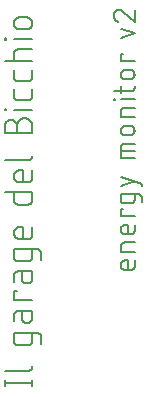
<source format=gbr>
G04 EAGLE Gerber RS-274X export*
G75*
%MOMM*%
%FSLAX34Y34*%
%LPD*%
%INSilkscreen Bottom*%
%IPPOS*%
%AMOC8*
5,1,8,0,0,1.08239X$1,22.5*%
G01*
%ADD10C,0.203200*%
%ADD11C,0.152400*%


D10*
X298196Y51872D02*
X321564Y51872D01*
X321564Y49276D02*
X321564Y54469D01*
X298196Y54469D02*
X298196Y49276D01*
X298196Y62497D02*
X317669Y62497D01*
X317669Y62496D02*
X317791Y62498D01*
X317914Y62504D01*
X318036Y62513D01*
X318157Y62527D01*
X318278Y62544D01*
X318399Y62565D01*
X318519Y62590D01*
X318638Y62618D01*
X318756Y62651D01*
X318873Y62687D01*
X318988Y62726D01*
X319103Y62770D01*
X319216Y62816D01*
X319327Y62867D01*
X319437Y62921D01*
X319545Y62978D01*
X319652Y63038D01*
X319756Y63102D01*
X319858Y63170D01*
X319958Y63240D01*
X320056Y63313D01*
X320152Y63390D01*
X320245Y63469D01*
X320335Y63552D01*
X320423Y63637D01*
X320508Y63725D01*
X320591Y63815D01*
X320670Y63908D01*
X320747Y64004D01*
X320820Y64102D01*
X320890Y64202D01*
X320958Y64304D01*
X321022Y64408D01*
X321082Y64515D01*
X321139Y64623D01*
X321193Y64733D01*
X321244Y64844D01*
X321290Y64957D01*
X321334Y65072D01*
X321373Y65187D01*
X321409Y65304D01*
X321442Y65422D01*
X321470Y65541D01*
X321495Y65661D01*
X321516Y65782D01*
X321533Y65903D01*
X321547Y66024D01*
X321556Y66146D01*
X321562Y66269D01*
X321564Y66391D01*
X321564Y88105D02*
X321564Y94596D01*
X321564Y88105D02*
X321562Y87983D01*
X321556Y87860D01*
X321547Y87738D01*
X321533Y87617D01*
X321516Y87496D01*
X321495Y87375D01*
X321470Y87255D01*
X321442Y87136D01*
X321409Y87018D01*
X321373Y86901D01*
X321334Y86786D01*
X321290Y86671D01*
X321244Y86558D01*
X321193Y86447D01*
X321139Y86337D01*
X321082Y86229D01*
X321022Y86122D01*
X320958Y86018D01*
X320890Y85916D01*
X320820Y85816D01*
X320747Y85718D01*
X320670Y85622D01*
X320591Y85529D01*
X320508Y85439D01*
X320423Y85351D01*
X320335Y85266D01*
X320245Y85183D01*
X320152Y85104D01*
X320056Y85027D01*
X319958Y84954D01*
X319858Y84884D01*
X319756Y84816D01*
X319652Y84752D01*
X319545Y84692D01*
X319437Y84635D01*
X319327Y84581D01*
X319216Y84530D01*
X319103Y84484D01*
X318988Y84440D01*
X318873Y84401D01*
X318756Y84365D01*
X318638Y84332D01*
X318519Y84304D01*
X318399Y84279D01*
X318278Y84258D01*
X318157Y84241D01*
X318036Y84227D01*
X317914Y84218D01*
X317791Y84212D01*
X317669Y84210D01*
X309880Y84210D01*
X309758Y84212D01*
X309635Y84218D01*
X309513Y84227D01*
X309392Y84241D01*
X309271Y84258D01*
X309150Y84279D01*
X309030Y84304D01*
X308911Y84332D01*
X308793Y84365D01*
X308676Y84401D01*
X308561Y84440D01*
X308446Y84484D01*
X308333Y84530D01*
X308222Y84581D01*
X308112Y84635D01*
X308004Y84692D01*
X307897Y84752D01*
X307793Y84816D01*
X307691Y84884D01*
X307591Y84954D01*
X307493Y85027D01*
X307397Y85104D01*
X307304Y85183D01*
X307214Y85266D01*
X307126Y85351D01*
X307041Y85439D01*
X306958Y85529D01*
X306879Y85622D01*
X306802Y85718D01*
X306729Y85816D01*
X306659Y85916D01*
X306591Y86018D01*
X306527Y86122D01*
X306467Y86229D01*
X306410Y86337D01*
X306356Y86447D01*
X306305Y86558D01*
X306259Y86671D01*
X306215Y86786D01*
X306176Y86901D01*
X306140Y87018D01*
X306107Y87136D01*
X306079Y87255D01*
X306054Y87375D01*
X306033Y87496D01*
X306016Y87617D01*
X306002Y87738D01*
X305993Y87860D01*
X305987Y87983D01*
X305985Y88105D01*
X305985Y94596D01*
X325459Y94596D01*
X325581Y94594D01*
X325704Y94588D01*
X325826Y94579D01*
X325947Y94565D01*
X326068Y94548D01*
X326189Y94527D01*
X326309Y94502D01*
X326428Y94474D01*
X326546Y94441D01*
X326663Y94405D01*
X326778Y94366D01*
X326893Y94322D01*
X327006Y94276D01*
X327117Y94225D01*
X327227Y94171D01*
X327335Y94114D01*
X327442Y94054D01*
X327546Y93990D01*
X327648Y93922D01*
X327748Y93852D01*
X327846Y93779D01*
X327942Y93702D01*
X328035Y93623D01*
X328125Y93540D01*
X328213Y93455D01*
X328298Y93367D01*
X328381Y93277D01*
X328460Y93184D01*
X328537Y93088D01*
X328610Y92990D01*
X328680Y92890D01*
X328748Y92788D01*
X328812Y92684D01*
X328872Y92577D01*
X328929Y92469D01*
X328983Y92359D01*
X329034Y92248D01*
X329080Y92135D01*
X329124Y92020D01*
X329163Y91905D01*
X329199Y91788D01*
X329232Y91670D01*
X329260Y91551D01*
X329285Y91431D01*
X329306Y91310D01*
X329323Y91189D01*
X329337Y91068D01*
X329346Y90946D01*
X329352Y90823D01*
X329354Y90701D01*
X329353Y90701D02*
X329353Y85509D01*
X312476Y107545D02*
X312476Y113387D01*
X312476Y107545D02*
X312478Y107412D01*
X312484Y107278D01*
X312494Y107145D01*
X312507Y107013D01*
X312525Y106880D01*
X312546Y106749D01*
X312572Y106618D01*
X312601Y106487D01*
X312634Y106358D01*
X312670Y106230D01*
X312711Y106103D01*
X312755Y105977D01*
X312803Y105852D01*
X312855Y105729D01*
X312910Y105608D01*
X312968Y105488D01*
X313030Y105370D01*
X313096Y105254D01*
X313165Y105140D01*
X313237Y105027D01*
X313313Y104917D01*
X313391Y104810D01*
X313473Y104704D01*
X313558Y104602D01*
X313646Y104501D01*
X313737Y104403D01*
X313831Y104308D01*
X313927Y104216D01*
X314026Y104127D01*
X314128Y104040D01*
X314232Y103957D01*
X314338Y103877D01*
X314447Y103800D01*
X314558Y103726D01*
X314671Y103655D01*
X314787Y103588D01*
X314904Y103524D01*
X315023Y103463D01*
X315143Y103407D01*
X315266Y103353D01*
X315390Y103304D01*
X315515Y103258D01*
X315641Y103215D01*
X315769Y103177D01*
X315898Y103142D01*
X316027Y103111D01*
X316158Y103083D01*
X316289Y103060D01*
X316421Y103041D01*
X316554Y103025D01*
X316687Y103013D01*
X316820Y103005D01*
X316953Y103001D01*
X317087Y103001D01*
X317220Y103005D01*
X317353Y103013D01*
X317486Y103025D01*
X317619Y103041D01*
X317751Y103060D01*
X317882Y103083D01*
X318013Y103111D01*
X318142Y103142D01*
X318271Y103177D01*
X318399Y103215D01*
X318525Y103258D01*
X318650Y103304D01*
X318774Y103353D01*
X318897Y103407D01*
X319017Y103463D01*
X319136Y103524D01*
X319253Y103588D01*
X319369Y103655D01*
X319482Y103726D01*
X319593Y103800D01*
X319702Y103877D01*
X319808Y103957D01*
X319912Y104040D01*
X320014Y104127D01*
X320113Y104216D01*
X320209Y104308D01*
X320303Y104403D01*
X320394Y104501D01*
X320482Y104602D01*
X320567Y104704D01*
X320649Y104810D01*
X320727Y104917D01*
X320803Y105027D01*
X320875Y105140D01*
X320944Y105254D01*
X321010Y105370D01*
X321072Y105488D01*
X321130Y105608D01*
X321185Y105729D01*
X321237Y105852D01*
X321285Y105977D01*
X321329Y106103D01*
X321370Y106230D01*
X321406Y106358D01*
X321439Y106487D01*
X321468Y106618D01*
X321494Y106749D01*
X321515Y106880D01*
X321533Y107013D01*
X321546Y107145D01*
X321556Y107278D01*
X321562Y107412D01*
X321564Y107545D01*
X321564Y113387D01*
X309880Y113387D01*
X309758Y113385D01*
X309635Y113379D01*
X309513Y113370D01*
X309392Y113356D01*
X309271Y113339D01*
X309150Y113318D01*
X309030Y113293D01*
X308911Y113265D01*
X308793Y113232D01*
X308676Y113196D01*
X308561Y113157D01*
X308446Y113113D01*
X308333Y113067D01*
X308222Y113016D01*
X308112Y112962D01*
X308004Y112905D01*
X307897Y112845D01*
X307793Y112781D01*
X307691Y112713D01*
X307591Y112643D01*
X307493Y112570D01*
X307397Y112493D01*
X307304Y112414D01*
X307214Y112331D01*
X307126Y112246D01*
X307041Y112158D01*
X306958Y112068D01*
X306879Y111975D01*
X306802Y111879D01*
X306729Y111781D01*
X306659Y111681D01*
X306591Y111579D01*
X306527Y111475D01*
X306467Y111368D01*
X306410Y111260D01*
X306356Y111150D01*
X306305Y111039D01*
X306259Y110926D01*
X306215Y110811D01*
X306176Y110696D01*
X306140Y110579D01*
X306107Y110461D01*
X306079Y110342D01*
X306054Y110222D01*
X306033Y110101D01*
X306016Y109980D01*
X306002Y109859D01*
X305993Y109737D01*
X305987Y109614D01*
X305985Y109492D01*
X305985Y104299D01*
X305985Y122603D02*
X321564Y122603D01*
X305985Y122603D02*
X305985Y130392D01*
X308582Y130392D01*
X312476Y140951D02*
X312476Y146793D01*
X312476Y140951D02*
X312478Y140818D01*
X312484Y140684D01*
X312494Y140551D01*
X312507Y140419D01*
X312525Y140286D01*
X312546Y140155D01*
X312572Y140024D01*
X312601Y139893D01*
X312634Y139764D01*
X312670Y139636D01*
X312711Y139509D01*
X312755Y139383D01*
X312803Y139258D01*
X312855Y139135D01*
X312910Y139014D01*
X312968Y138894D01*
X313030Y138776D01*
X313096Y138660D01*
X313165Y138546D01*
X313237Y138433D01*
X313313Y138323D01*
X313391Y138216D01*
X313473Y138110D01*
X313558Y138008D01*
X313646Y137907D01*
X313737Y137809D01*
X313831Y137714D01*
X313927Y137622D01*
X314026Y137533D01*
X314128Y137446D01*
X314232Y137363D01*
X314338Y137283D01*
X314447Y137206D01*
X314558Y137132D01*
X314671Y137061D01*
X314787Y136994D01*
X314904Y136930D01*
X315023Y136869D01*
X315143Y136813D01*
X315266Y136759D01*
X315390Y136710D01*
X315515Y136664D01*
X315641Y136621D01*
X315769Y136583D01*
X315898Y136548D01*
X316027Y136517D01*
X316158Y136489D01*
X316289Y136466D01*
X316421Y136447D01*
X316554Y136431D01*
X316687Y136419D01*
X316820Y136411D01*
X316953Y136407D01*
X317087Y136407D01*
X317220Y136411D01*
X317353Y136419D01*
X317486Y136431D01*
X317619Y136447D01*
X317751Y136466D01*
X317882Y136489D01*
X318013Y136517D01*
X318142Y136548D01*
X318271Y136583D01*
X318399Y136621D01*
X318525Y136664D01*
X318650Y136710D01*
X318774Y136759D01*
X318897Y136813D01*
X319017Y136869D01*
X319136Y136930D01*
X319253Y136994D01*
X319369Y137061D01*
X319482Y137132D01*
X319593Y137206D01*
X319702Y137283D01*
X319808Y137363D01*
X319912Y137446D01*
X320014Y137533D01*
X320113Y137622D01*
X320209Y137714D01*
X320303Y137809D01*
X320394Y137907D01*
X320482Y138008D01*
X320567Y138110D01*
X320649Y138216D01*
X320727Y138323D01*
X320803Y138433D01*
X320875Y138546D01*
X320944Y138660D01*
X321010Y138776D01*
X321072Y138894D01*
X321130Y139014D01*
X321185Y139135D01*
X321237Y139258D01*
X321285Y139383D01*
X321329Y139509D01*
X321370Y139636D01*
X321406Y139764D01*
X321439Y139893D01*
X321468Y140024D01*
X321494Y140155D01*
X321515Y140286D01*
X321533Y140419D01*
X321546Y140551D01*
X321556Y140684D01*
X321562Y140818D01*
X321564Y140951D01*
X321564Y146793D01*
X309880Y146793D01*
X309758Y146791D01*
X309635Y146785D01*
X309513Y146776D01*
X309392Y146762D01*
X309271Y146745D01*
X309150Y146724D01*
X309030Y146699D01*
X308911Y146671D01*
X308793Y146638D01*
X308676Y146602D01*
X308561Y146563D01*
X308446Y146519D01*
X308333Y146473D01*
X308222Y146422D01*
X308112Y146368D01*
X308004Y146311D01*
X307897Y146251D01*
X307793Y146187D01*
X307691Y146119D01*
X307591Y146049D01*
X307493Y145976D01*
X307397Y145899D01*
X307304Y145820D01*
X307214Y145737D01*
X307126Y145652D01*
X307041Y145564D01*
X306958Y145474D01*
X306879Y145381D01*
X306802Y145285D01*
X306729Y145187D01*
X306659Y145087D01*
X306591Y144985D01*
X306527Y144881D01*
X306467Y144774D01*
X306410Y144666D01*
X306356Y144556D01*
X306305Y144445D01*
X306259Y144332D01*
X306215Y144217D01*
X306176Y144102D01*
X306140Y143985D01*
X306107Y143867D01*
X306079Y143748D01*
X306054Y143628D01*
X306033Y143507D01*
X306016Y143386D01*
X306002Y143265D01*
X305993Y143143D01*
X305987Y143020D01*
X305985Y142898D01*
X305985Y137705D01*
X321564Y159093D02*
X321564Y165584D01*
X321564Y159093D02*
X321562Y158971D01*
X321556Y158848D01*
X321547Y158726D01*
X321533Y158605D01*
X321516Y158484D01*
X321495Y158363D01*
X321470Y158243D01*
X321442Y158124D01*
X321409Y158006D01*
X321373Y157889D01*
X321334Y157774D01*
X321290Y157659D01*
X321244Y157546D01*
X321193Y157435D01*
X321139Y157325D01*
X321082Y157217D01*
X321022Y157110D01*
X320958Y157006D01*
X320890Y156904D01*
X320820Y156804D01*
X320747Y156706D01*
X320670Y156610D01*
X320591Y156517D01*
X320508Y156427D01*
X320423Y156339D01*
X320335Y156254D01*
X320245Y156171D01*
X320152Y156092D01*
X320056Y156015D01*
X319958Y155942D01*
X319858Y155872D01*
X319756Y155804D01*
X319652Y155740D01*
X319545Y155680D01*
X319437Y155623D01*
X319327Y155569D01*
X319216Y155518D01*
X319103Y155472D01*
X318988Y155428D01*
X318873Y155389D01*
X318756Y155353D01*
X318638Y155320D01*
X318519Y155292D01*
X318399Y155267D01*
X318278Y155246D01*
X318157Y155229D01*
X318036Y155215D01*
X317914Y155206D01*
X317791Y155200D01*
X317669Y155198D01*
X309880Y155198D01*
X309758Y155200D01*
X309635Y155206D01*
X309513Y155215D01*
X309392Y155229D01*
X309271Y155246D01*
X309150Y155267D01*
X309030Y155292D01*
X308911Y155320D01*
X308793Y155353D01*
X308676Y155389D01*
X308561Y155428D01*
X308446Y155472D01*
X308333Y155518D01*
X308222Y155569D01*
X308112Y155623D01*
X308004Y155680D01*
X307897Y155740D01*
X307793Y155804D01*
X307691Y155872D01*
X307591Y155942D01*
X307493Y156015D01*
X307397Y156092D01*
X307304Y156171D01*
X307214Y156254D01*
X307126Y156339D01*
X307041Y156427D01*
X306958Y156517D01*
X306879Y156610D01*
X306802Y156706D01*
X306729Y156804D01*
X306659Y156904D01*
X306591Y157006D01*
X306527Y157110D01*
X306467Y157217D01*
X306410Y157325D01*
X306356Y157435D01*
X306305Y157546D01*
X306259Y157659D01*
X306215Y157774D01*
X306176Y157889D01*
X306140Y158006D01*
X306107Y158124D01*
X306079Y158243D01*
X306054Y158363D01*
X306033Y158484D01*
X306016Y158605D01*
X306002Y158726D01*
X305993Y158848D01*
X305987Y158971D01*
X305985Y159093D01*
X305985Y165584D01*
X325459Y165584D01*
X325581Y165582D01*
X325704Y165576D01*
X325826Y165567D01*
X325947Y165553D01*
X326068Y165536D01*
X326189Y165515D01*
X326309Y165490D01*
X326428Y165462D01*
X326546Y165429D01*
X326663Y165393D01*
X326778Y165354D01*
X326893Y165310D01*
X327006Y165264D01*
X327117Y165213D01*
X327227Y165159D01*
X327335Y165102D01*
X327442Y165042D01*
X327546Y164978D01*
X327648Y164910D01*
X327748Y164840D01*
X327846Y164767D01*
X327942Y164690D01*
X328035Y164611D01*
X328125Y164528D01*
X328213Y164443D01*
X328298Y164355D01*
X328381Y164265D01*
X328460Y164172D01*
X328537Y164076D01*
X328610Y163978D01*
X328680Y163878D01*
X328748Y163776D01*
X328812Y163672D01*
X328872Y163565D01*
X328929Y163457D01*
X328983Y163347D01*
X329034Y163236D01*
X329080Y163123D01*
X329124Y163008D01*
X329163Y162893D01*
X329199Y162776D01*
X329232Y162658D01*
X329260Y162539D01*
X329285Y162419D01*
X329306Y162298D01*
X329323Y162177D01*
X329337Y162056D01*
X329346Y161934D01*
X329352Y161811D01*
X329354Y161689D01*
X329353Y161689D02*
X329353Y156496D01*
X321564Y177935D02*
X321564Y184426D01*
X321564Y177935D02*
X321562Y177813D01*
X321556Y177690D01*
X321547Y177568D01*
X321533Y177447D01*
X321516Y177326D01*
X321495Y177205D01*
X321470Y177085D01*
X321442Y176966D01*
X321409Y176848D01*
X321373Y176731D01*
X321334Y176616D01*
X321290Y176501D01*
X321244Y176388D01*
X321193Y176277D01*
X321139Y176167D01*
X321082Y176059D01*
X321022Y175952D01*
X320958Y175848D01*
X320890Y175746D01*
X320820Y175646D01*
X320747Y175548D01*
X320670Y175452D01*
X320591Y175359D01*
X320508Y175269D01*
X320423Y175181D01*
X320335Y175096D01*
X320245Y175013D01*
X320152Y174934D01*
X320056Y174857D01*
X319958Y174784D01*
X319858Y174714D01*
X319756Y174646D01*
X319652Y174582D01*
X319545Y174522D01*
X319437Y174465D01*
X319327Y174411D01*
X319216Y174360D01*
X319103Y174314D01*
X318988Y174270D01*
X318873Y174231D01*
X318756Y174195D01*
X318638Y174162D01*
X318519Y174134D01*
X318399Y174109D01*
X318278Y174088D01*
X318157Y174071D01*
X318036Y174057D01*
X317914Y174048D01*
X317791Y174042D01*
X317669Y174040D01*
X311178Y174040D01*
X311035Y174042D01*
X310892Y174048D01*
X310749Y174058D01*
X310607Y174072D01*
X310465Y174089D01*
X310323Y174111D01*
X310182Y174136D01*
X310042Y174166D01*
X309903Y174199D01*
X309765Y174236D01*
X309628Y174277D01*
X309492Y174321D01*
X309357Y174370D01*
X309224Y174422D01*
X309092Y174477D01*
X308962Y174537D01*
X308833Y174600D01*
X308706Y174666D01*
X308581Y174736D01*
X308459Y174809D01*
X308338Y174886D01*
X308219Y174966D01*
X308103Y175049D01*
X307988Y175135D01*
X307877Y175224D01*
X307767Y175317D01*
X307661Y175412D01*
X307557Y175511D01*
X307456Y175612D01*
X307357Y175716D01*
X307262Y175822D01*
X307169Y175932D01*
X307080Y176043D01*
X306994Y176158D01*
X306911Y176274D01*
X306831Y176393D01*
X306754Y176514D01*
X306681Y176637D01*
X306611Y176761D01*
X306545Y176888D01*
X306482Y177017D01*
X306422Y177147D01*
X306367Y177279D01*
X306315Y177412D01*
X306266Y177547D01*
X306222Y177683D01*
X306181Y177820D01*
X306144Y177958D01*
X306111Y178097D01*
X306081Y178237D01*
X306056Y178378D01*
X306034Y178520D01*
X306017Y178662D01*
X306003Y178804D01*
X305993Y178947D01*
X305987Y179090D01*
X305985Y179233D01*
X305987Y179376D01*
X305993Y179519D01*
X306003Y179662D01*
X306017Y179804D01*
X306034Y179946D01*
X306056Y180088D01*
X306081Y180229D01*
X306111Y180369D01*
X306144Y180508D01*
X306181Y180646D01*
X306222Y180783D01*
X306266Y180919D01*
X306315Y181054D01*
X306367Y181187D01*
X306422Y181319D01*
X306482Y181449D01*
X306545Y181578D01*
X306611Y181705D01*
X306681Y181830D01*
X306754Y181952D01*
X306831Y182073D01*
X306911Y182192D01*
X306994Y182308D01*
X307080Y182423D01*
X307169Y182534D01*
X307262Y182644D01*
X307357Y182750D01*
X307456Y182854D01*
X307557Y182955D01*
X307661Y183054D01*
X307767Y183149D01*
X307877Y183242D01*
X307988Y183331D01*
X308103Y183417D01*
X308219Y183500D01*
X308338Y183580D01*
X308459Y183657D01*
X308582Y183730D01*
X308706Y183800D01*
X308833Y183866D01*
X308962Y183929D01*
X309092Y183989D01*
X309224Y184044D01*
X309357Y184096D01*
X309492Y184145D01*
X309628Y184189D01*
X309765Y184230D01*
X309903Y184267D01*
X310042Y184300D01*
X310182Y184330D01*
X310323Y184355D01*
X310465Y184377D01*
X310607Y184394D01*
X310749Y184408D01*
X310892Y184418D01*
X311035Y184424D01*
X311178Y184426D01*
X313775Y184426D01*
X313775Y174040D01*
X321564Y213605D02*
X298196Y213605D01*
X321564Y213605D02*
X321564Y207114D01*
X321562Y206992D01*
X321556Y206869D01*
X321547Y206747D01*
X321533Y206626D01*
X321516Y206505D01*
X321495Y206384D01*
X321470Y206264D01*
X321442Y206145D01*
X321409Y206027D01*
X321373Y205910D01*
X321334Y205795D01*
X321290Y205680D01*
X321244Y205567D01*
X321193Y205456D01*
X321139Y205346D01*
X321082Y205238D01*
X321022Y205131D01*
X320958Y205027D01*
X320890Y204925D01*
X320820Y204825D01*
X320747Y204727D01*
X320670Y204631D01*
X320591Y204538D01*
X320508Y204448D01*
X320423Y204360D01*
X320335Y204275D01*
X320245Y204192D01*
X320152Y204113D01*
X320056Y204036D01*
X319958Y203963D01*
X319858Y203893D01*
X319756Y203825D01*
X319652Y203761D01*
X319545Y203701D01*
X319437Y203644D01*
X319327Y203590D01*
X319216Y203539D01*
X319103Y203493D01*
X318988Y203449D01*
X318873Y203410D01*
X318756Y203374D01*
X318638Y203341D01*
X318519Y203313D01*
X318399Y203288D01*
X318278Y203267D01*
X318157Y203250D01*
X318036Y203236D01*
X317914Y203227D01*
X317791Y203221D01*
X317669Y203219D01*
X309880Y203219D01*
X309758Y203221D01*
X309635Y203227D01*
X309513Y203236D01*
X309392Y203250D01*
X309271Y203267D01*
X309150Y203288D01*
X309030Y203313D01*
X308911Y203341D01*
X308793Y203374D01*
X308676Y203410D01*
X308561Y203449D01*
X308446Y203493D01*
X308333Y203539D01*
X308222Y203590D01*
X308112Y203644D01*
X308004Y203701D01*
X307897Y203761D01*
X307793Y203825D01*
X307691Y203893D01*
X307591Y203963D01*
X307493Y204036D01*
X307397Y204113D01*
X307304Y204192D01*
X307214Y204275D01*
X307126Y204360D01*
X307041Y204448D01*
X306958Y204538D01*
X306879Y204631D01*
X306802Y204727D01*
X306729Y204825D01*
X306659Y204925D01*
X306591Y205027D01*
X306527Y205131D01*
X306467Y205238D01*
X306410Y205346D01*
X306356Y205456D01*
X306305Y205567D01*
X306259Y205680D01*
X306215Y205795D01*
X306176Y205910D01*
X306140Y206027D01*
X306107Y206145D01*
X306079Y206264D01*
X306054Y206384D01*
X306033Y206505D01*
X306016Y206626D01*
X306002Y206747D01*
X305993Y206869D01*
X305987Y206992D01*
X305985Y207114D01*
X305985Y213605D01*
X321564Y225956D02*
X321564Y232447D01*
X321564Y225956D02*
X321562Y225834D01*
X321556Y225711D01*
X321547Y225589D01*
X321533Y225468D01*
X321516Y225347D01*
X321495Y225226D01*
X321470Y225106D01*
X321442Y224987D01*
X321409Y224869D01*
X321373Y224752D01*
X321334Y224637D01*
X321290Y224522D01*
X321244Y224409D01*
X321193Y224298D01*
X321139Y224188D01*
X321082Y224080D01*
X321022Y223973D01*
X320958Y223869D01*
X320890Y223767D01*
X320820Y223667D01*
X320747Y223569D01*
X320670Y223473D01*
X320591Y223380D01*
X320508Y223290D01*
X320423Y223202D01*
X320335Y223117D01*
X320245Y223034D01*
X320152Y222955D01*
X320056Y222878D01*
X319958Y222805D01*
X319858Y222735D01*
X319756Y222667D01*
X319652Y222603D01*
X319545Y222543D01*
X319437Y222486D01*
X319327Y222432D01*
X319216Y222381D01*
X319103Y222335D01*
X318988Y222291D01*
X318873Y222252D01*
X318756Y222216D01*
X318638Y222183D01*
X318519Y222155D01*
X318399Y222130D01*
X318278Y222109D01*
X318157Y222092D01*
X318036Y222078D01*
X317914Y222069D01*
X317791Y222063D01*
X317669Y222061D01*
X311178Y222061D01*
X311035Y222063D01*
X310892Y222069D01*
X310749Y222079D01*
X310607Y222093D01*
X310465Y222110D01*
X310323Y222132D01*
X310182Y222157D01*
X310042Y222187D01*
X309903Y222220D01*
X309765Y222257D01*
X309628Y222298D01*
X309492Y222342D01*
X309357Y222391D01*
X309224Y222443D01*
X309092Y222498D01*
X308962Y222558D01*
X308833Y222621D01*
X308706Y222687D01*
X308581Y222757D01*
X308459Y222830D01*
X308338Y222907D01*
X308219Y222987D01*
X308103Y223070D01*
X307988Y223156D01*
X307877Y223245D01*
X307767Y223338D01*
X307661Y223433D01*
X307557Y223532D01*
X307456Y223633D01*
X307357Y223737D01*
X307262Y223843D01*
X307169Y223953D01*
X307080Y224064D01*
X306994Y224179D01*
X306911Y224295D01*
X306831Y224414D01*
X306754Y224535D01*
X306681Y224658D01*
X306611Y224782D01*
X306545Y224909D01*
X306482Y225038D01*
X306422Y225168D01*
X306367Y225300D01*
X306315Y225433D01*
X306266Y225568D01*
X306222Y225704D01*
X306181Y225841D01*
X306144Y225979D01*
X306111Y226118D01*
X306081Y226258D01*
X306056Y226399D01*
X306034Y226541D01*
X306017Y226683D01*
X306003Y226825D01*
X305993Y226968D01*
X305987Y227111D01*
X305985Y227254D01*
X305987Y227397D01*
X305993Y227540D01*
X306003Y227683D01*
X306017Y227825D01*
X306034Y227967D01*
X306056Y228109D01*
X306081Y228250D01*
X306111Y228390D01*
X306144Y228529D01*
X306181Y228667D01*
X306222Y228804D01*
X306266Y228940D01*
X306315Y229075D01*
X306367Y229208D01*
X306422Y229340D01*
X306482Y229470D01*
X306545Y229599D01*
X306611Y229726D01*
X306681Y229851D01*
X306754Y229973D01*
X306831Y230094D01*
X306911Y230213D01*
X306994Y230329D01*
X307080Y230444D01*
X307169Y230555D01*
X307262Y230665D01*
X307357Y230771D01*
X307456Y230875D01*
X307557Y230976D01*
X307661Y231075D01*
X307767Y231170D01*
X307877Y231263D01*
X307988Y231352D01*
X308103Y231438D01*
X308219Y231521D01*
X308338Y231601D01*
X308459Y231678D01*
X308582Y231751D01*
X308706Y231821D01*
X308833Y231887D01*
X308962Y231950D01*
X309092Y232010D01*
X309224Y232065D01*
X309357Y232117D01*
X309492Y232166D01*
X309628Y232210D01*
X309765Y232251D01*
X309903Y232288D01*
X310042Y232321D01*
X310182Y232351D01*
X310323Y232376D01*
X310465Y232398D01*
X310607Y232415D01*
X310749Y232429D01*
X310892Y232439D01*
X311035Y232445D01*
X311178Y232447D01*
X313775Y232447D01*
X313775Y222061D01*
X317669Y240662D02*
X298196Y240662D01*
X317669Y240662D02*
X317791Y240664D01*
X317914Y240670D01*
X318036Y240679D01*
X318157Y240693D01*
X318278Y240710D01*
X318399Y240731D01*
X318519Y240756D01*
X318638Y240784D01*
X318756Y240817D01*
X318873Y240853D01*
X318988Y240892D01*
X319103Y240936D01*
X319216Y240982D01*
X319327Y241033D01*
X319437Y241087D01*
X319545Y241144D01*
X319652Y241204D01*
X319756Y241268D01*
X319858Y241336D01*
X319958Y241406D01*
X320056Y241479D01*
X320152Y241556D01*
X320245Y241635D01*
X320335Y241718D01*
X320423Y241803D01*
X320508Y241891D01*
X320591Y241981D01*
X320670Y242074D01*
X320747Y242170D01*
X320820Y242268D01*
X320890Y242368D01*
X320958Y242470D01*
X321022Y242574D01*
X321082Y242681D01*
X321139Y242789D01*
X321193Y242899D01*
X321244Y243010D01*
X321290Y243123D01*
X321334Y243238D01*
X321373Y243353D01*
X321409Y243470D01*
X321442Y243588D01*
X321470Y243707D01*
X321495Y243827D01*
X321516Y243948D01*
X321533Y244069D01*
X321547Y244190D01*
X321556Y244312D01*
X321562Y244435D01*
X321564Y244557D01*
X308582Y263364D02*
X308582Y269855D01*
X308584Y270014D01*
X308590Y270173D01*
X308600Y270333D01*
X308613Y270491D01*
X308631Y270650D01*
X308652Y270807D01*
X308678Y270965D01*
X308707Y271121D01*
X308740Y271277D01*
X308777Y271432D01*
X308817Y271586D01*
X308862Y271739D01*
X308910Y271891D01*
X308961Y272042D01*
X309017Y272191D01*
X309076Y272339D01*
X309139Y272485D01*
X309205Y272630D01*
X309275Y272773D01*
X309348Y272915D01*
X309425Y273054D01*
X309505Y273192D01*
X309589Y273328D01*
X309676Y273461D01*
X309766Y273593D01*
X309859Y273722D01*
X309956Y273848D01*
X310055Y273973D01*
X310158Y274095D01*
X310263Y274214D01*
X310372Y274331D01*
X310483Y274445D01*
X310597Y274556D01*
X310714Y274665D01*
X310833Y274770D01*
X310955Y274873D01*
X311080Y274972D01*
X311206Y275069D01*
X311335Y275162D01*
X311467Y275252D01*
X311600Y275339D01*
X311736Y275423D01*
X311874Y275503D01*
X312013Y275580D01*
X312155Y275653D01*
X312298Y275723D01*
X312443Y275789D01*
X312589Y275852D01*
X312737Y275911D01*
X312886Y275967D01*
X313037Y276018D01*
X313189Y276066D01*
X313342Y276111D01*
X313496Y276151D01*
X313651Y276188D01*
X313807Y276221D01*
X313963Y276250D01*
X314121Y276276D01*
X314278Y276297D01*
X314437Y276315D01*
X314595Y276328D01*
X314755Y276338D01*
X314914Y276344D01*
X315073Y276346D01*
X315232Y276344D01*
X315391Y276338D01*
X315551Y276328D01*
X315709Y276315D01*
X315868Y276297D01*
X316025Y276276D01*
X316183Y276250D01*
X316339Y276221D01*
X316495Y276188D01*
X316650Y276151D01*
X316804Y276111D01*
X316957Y276066D01*
X317109Y276018D01*
X317260Y275967D01*
X317409Y275911D01*
X317557Y275852D01*
X317703Y275789D01*
X317848Y275723D01*
X317991Y275653D01*
X318133Y275580D01*
X318272Y275503D01*
X318410Y275423D01*
X318546Y275339D01*
X318679Y275252D01*
X318811Y275162D01*
X318940Y275069D01*
X319066Y274972D01*
X319191Y274873D01*
X319313Y274770D01*
X319432Y274665D01*
X319549Y274556D01*
X319663Y274445D01*
X319774Y274331D01*
X319883Y274214D01*
X319988Y274095D01*
X320091Y273973D01*
X320190Y273848D01*
X320287Y273722D01*
X320380Y273593D01*
X320470Y273461D01*
X320557Y273328D01*
X320641Y273192D01*
X320721Y273054D01*
X320798Y272915D01*
X320871Y272773D01*
X320941Y272630D01*
X321007Y272485D01*
X321070Y272339D01*
X321129Y272191D01*
X321185Y272042D01*
X321236Y271891D01*
X321284Y271739D01*
X321329Y271586D01*
X321369Y271432D01*
X321406Y271277D01*
X321439Y271121D01*
X321468Y270965D01*
X321494Y270807D01*
X321515Y270650D01*
X321533Y270491D01*
X321546Y270333D01*
X321556Y270173D01*
X321562Y270014D01*
X321564Y269855D01*
X321564Y263364D01*
X298196Y263364D01*
X298196Y269855D01*
X298198Y269998D01*
X298204Y270141D01*
X298214Y270284D01*
X298228Y270426D01*
X298245Y270568D01*
X298267Y270710D01*
X298292Y270851D01*
X298322Y270991D01*
X298355Y271130D01*
X298392Y271268D01*
X298433Y271405D01*
X298477Y271541D01*
X298526Y271676D01*
X298578Y271809D01*
X298633Y271941D01*
X298693Y272071D01*
X298756Y272200D01*
X298822Y272327D01*
X298892Y272452D01*
X298965Y272574D01*
X299042Y272695D01*
X299122Y272814D01*
X299205Y272930D01*
X299291Y273045D01*
X299380Y273156D01*
X299473Y273266D01*
X299568Y273372D01*
X299667Y273476D01*
X299768Y273577D01*
X299872Y273676D01*
X299978Y273771D01*
X300088Y273864D01*
X300199Y273953D01*
X300314Y274039D01*
X300430Y274122D01*
X300549Y274202D01*
X300670Y274279D01*
X300793Y274352D01*
X300917Y274422D01*
X301044Y274488D01*
X301173Y274551D01*
X301303Y274611D01*
X301435Y274666D01*
X301568Y274718D01*
X301703Y274767D01*
X301839Y274811D01*
X301976Y274852D01*
X302114Y274889D01*
X302253Y274922D01*
X302393Y274952D01*
X302534Y274977D01*
X302676Y274999D01*
X302818Y275016D01*
X302960Y275030D01*
X303103Y275040D01*
X303246Y275046D01*
X303389Y275048D01*
X303532Y275046D01*
X303675Y275040D01*
X303818Y275030D01*
X303960Y275016D01*
X304102Y274999D01*
X304244Y274977D01*
X304385Y274952D01*
X304525Y274922D01*
X304664Y274889D01*
X304802Y274852D01*
X304939Y274811D01*
X305075Y274767D01*
X305210Y274718D01*
X305343Y274666D01*
X305475Y274611D01*
X305605Y274551D01*
X305734Y274488D01*
X305861Y274422D01*
X305986Y274352D01*
X306108Y274279D01*
X306229Y274202D01*
X306348Y274122D01*
X306464Y274039D01*
X306579Y273953D01*
X306690Y273864D01*
X306800Y273771D01*
X306906Y273676D01*
X307010Y273577D01*
X307111Y273476D01*
X307210Y273372D01*
X307305Y273266D01*
X307398Y273156D01*
X307487Y273045D01*
X307573Y272930D01*
X307656Y272814D01*
X307736Y272695D01*
X307813Y272574D01*
X307886Y272452D01*
X307956Y272327D01*
X308022Y272200D01*
X308085Y272071D01*
X308145Y271941D01*
X308200Y271809D01*
X308252Y271676D01*
X308301Y271541D01*
X308345Y271405D01*
X308386Y271268D01*
X308423Y271130D01*
X308456Y270991D01*
X308486Y270851D01*
X308511Y270710D01*
X308533Y270568D01*
X308550Y270426D01*
X308564Y270284D01*
X308574Y270141D01*
X308580Y269998D01*
X308582Y269855D01*
X305985Y283626D02*
X321564Y283626D01*
X299494Y282977D02*
X298196Y282977D01*
X298196Y284276D01*
X299494Y284276D01*
X299494Y282977D01*
X321564Y295566D02*
X321564Y300759D01*
X321564Y295566D02*
X321562Y295444D01*
X321556Y295321D01*
X321547Y295199D01*
X321533Y295078D01*
X321516Y294957D01*
X321495Y294836D01*
X321470Y294716D01*
X321442Y294597D01*
X321409Y294479D01*
X321373Y294362D01*
X321334Y294247D01*
X321290Y294132D01*
X321244Y294019D01*
X321193Y293908D01*
X321139Y293798D01*
X321082Y293690D01*
X321022Y293583D01*
X320958Y293479D01*
X320890Y293377D01*
X320820Y293277D01*
X320747Y293179D01*
X320670Y293083D01*
X320591Y292990D01*
X320508Y292900D01*
X320423Y292812D01*
X320335Y292727D01*
X320245Y292644D01*
X320152Y292565D01*
X320056Y292488D01*
X319958Y292415D01*
X319858Y292345D01*
X319756Y292277D01*
X319652Y292213D01*
X319545Y292153D01*
X319437Y292096D01*
X319327Y292042D01*
X319216Y291991D01*
X319103Y291945D01*
X318988Y291901D01*
X318873Y291862D01*
X318756Y291826D01*
X318638Y291793D01*
X318519Y291765D01*
X318399Y291740D01*
X318278Y291719D01*
X318157Y291702D01*
X318036Y291688D01*
X317914Y291679D01*
X317791Y291673D01*
X317669Y291671D01*
X309880Y291671D01*
X309758Y291673D01*
X309635Y291679D01*
X309513Y291688D01*
X309392Y291702D01*
X309271Y291719D01*
X309150Y291740D01*
X309030Y291765D01*
X308911Y291793D01*
X308793Y291826D01*
X308676Y291862D01*
X308561Y291901D01*
X308446Y291945D01*
X308333Y291991D01*
X308222Y292042D01*
X308112Y292096D01*
X308004Y292153D01*
X307897Y292213D01*
X307793Y292277D01*
X307691Y292345D01*
X307591Y292415D01*
X307493Y292488D01*
X307397Y292565D01*
X307304Y292644D01*
X307214Y292727D01*
X307126Y292812D01*
X307041Y292900D01*
X306958Y292990D01*
X306879Y293083D01*
X306802Y293179D01*
X306729Y293277D01*
X306659Y293377D01*
X306591Y293479D01*
X306527Y293583D01*
X306467Y293690D01*
X306410Y293798D01*
X306356Y293908D01*
X306305Y294019D01*
X306259Y294132D01*
X306215Y294247D01*
X306176Y294362D01*
X306140Y294479D01*
X306107Y294597D01*
X306079Y294716D01*
X306054Y294836D01*
X306033Y294957D01*
X306016Y295078D01*
X306002Y295199D01*
X305993Y295321D01*
X305987Y295444D01*
X305985Y295566D01*
X305985Y300759D01*
X321564Y311573D02*
X321564Y316766D01*
X321564Y311573D02*
X321562Y311451D01*
X321556Y311328D01*
X321547Y311206D01*
X321533Y311085D01*
X321516Y310964D01*
X321495Y310843D01*
X321470Y310723D01*
X321442Y310604D01*
X321409Y310486D01*
X321373Y310369D01*
X321334Y310254D01*
X321290Y310139D01*
X321244Y310026D01*
X321193Y309915D01*
X321139Y309805D01*
X321082Y309697D01*
X321022Y309590D01*
X320958Y309486D01*
X320890Y309384D01*
X320820Y309284D01*
X320747Y309186D01*
X320670Y309090D01*
X320591Y308997D01*
X320508Y308907D01*
X320423Y308819D01*
X320335Y308734D01*
X320245Y308651D01*
X320152Y308572D01*
X320056Y308495D01*
X319958Y308422D01*
X319858Y308352D01*
X319756Y308284D01*
X319652Y308220D01*
X319545Y308160D01*
X319437Y308103D01*
X319327Y308049D01*
X319216Y307998D01*
X319103Y307952D01*
X318988Y307908D01*
X318873Y307869D01*
X318756Y307833D01*
X318638Y307800D01*
X318519Y307772D01*
X318399Y307747D01*
X318278Y307726D01*
X318157Y307709D01*
X318036Y307695D01*
X317914Y307686D01*
X317791Y307680D01*
X317669Y307678D01*
X309880Y307678D01*
X309758Y307680D01*
X309635Y307686D01*
X309513Y307695D01*
X309392Y307709D01*
X309271Y307726D01*
X309150Y307747D01*
X309030Y307772D01*
X308911Y307800D01*
X308793Y307833D01*
X308676Y307869D01*
X308561Y307908D01*
X308446Y307952D01*
X308333Y307998D01*
X308222Y308049D01*
X308112Y308103D01*
X308004Y308160D01*
X307897Y308220D01*
X307793Y308284D01*
X307691Y308352D01*
X307591Y308422D01*
X307493Y308495D01*
X307397Y308572D01*
X307304Y308651D01*
X307214Y308734D01*
X307126Y308819D01*
X307041Y308907D01*
X306958Y308997D01*
X306879Y309090D01*
X306802Y309186D01*
X306729Y309284D01*
X306659Y309384D01*
X306591Y309486D01*
X306527Y309590D01*
X306467Y309697D01*
X306410Y309805D01*
X306356Y309915D01*
X306305Y310026D01*
X306259Y310139D01*
X306215Y310254D01*
X306176Y310369D01*
X306140Y310486D01*
X306107Y310604D01*
X306079Y310723D01*
X306054Y310843D01*
X306033Y310964D01*
X306016Y311085D01*
X306002Y311206D01*
X305993Y311328D01*
X305987Y311451D01*
X305985Y311573D01*
X305985Y316766D01*
X298196Y324367D02*
X321564Y324367D01*
X305985Y324367D02*
X305985Y330858D01*
X305987Y330980D01*
X305993Y331103D01*
X306002Y331225D01*
X306016Y331346D01*
X306033Y331467D01*
X306054Y331588D01*
X306079Y331708D01*
X306107Y331827D01*
X306140Y331945D01*
X306176Y332062D01*
X306215Y332177D01*
X306259Y332292D01*
X306305Y332405D01*
X306356Y332516D01*
X306410Y332626D01*
X306467Y332734D01*
X306527Y332841D01*
X306591Y332945D01*
X306659Y333047D01*
X306729Y333147D01*
X306802Y333245D01*
X306879Y333341D01*
X306958Y333434D01*
X307041Y333524D01*
X307126Y333612D01*
X307214Y333697D01*
X307304Y333780D01*
X307397Y333859D01*
X307493Y333936D01*
X307591Y334009D01*
X307691Y334079D01*
X307793Y334147D01*
X307897Y334211D01*
X308004Y334271D01*
X308112Y334328D01*
X308222Y334382D01*
X308333Y334433D01*
X308446Y334479D01*
X308561Y334523D01*
X308676Y334562D01*
X308793Y334598D01*
X308911Y334631D01*
X309030Y334659D01*
X309150Y334684D01*
X309271Y334705D01*
X309392Y334722D01*
X309513Y334736D01*
X309635Y334745D01*
X309758Y334751D01*
X309880Y334753D01*
X321564Y334753D01*
X321564Y343479D02*
X305985Y343479D01*
X299494Y342830D02*
X298196Y342830D01*
X298196Y344128D01*
X299494Y344128D01*
X299494Y342830D01*
X311178Y351509D02*
X316371Y351509D01*
X311178Y351509D02*
X311035Y351511D01*
X310892Y351517D01*
X310749Y351527D01*
X310607Y351541D01*
X310465Y351558D01*
X310323Y351580D01*
X310182Y351605D01*
X310042Y351635D01*
X309903Y351668D01*
X309765Y351705D01*
X309628Y351746D01*
X309492Y351790D01*
X309357Y351839D01*
X309224Y351891D01*
X309092Y351946D01*
X308962Y352006D01*
X308833Y352069D01*
X308706Y352135D01*
X308581Y352205D01*
X308459Y352278D01*
X308338Y352355D01*
X308219Y352435D01*
X308103Y352518D01*
X307988Y352604D01*
X307877Y352693D01*
X307767Y352786D01*
X307661Y352881D01*
X307557Y352980D01*
X307456Y353081D01*
X307357Y353185D01*
X307262Y353291D01*
X307169Y353401D01*
X307080Y353512D01*
X306994Y353627D01*
X306911Y353743D01*
X306831Y353862D01*
X306754Y353983D01*
X306681Y354106D01*
X306611Y354230D01*
X306545Y354357D01*
X306482Y354486D01*
X306422Y354616D01*
X306367Y354748D01*
X306315Y354881D01*
X306266Y355016D01*
X306222Y355152D01*
X306181Y355289D01*
X306144Y355427D01*
X306111Y355566D01*
X306081Y355706D01*
X306056Y355847D01*
X306034Y355989D01*
X306017Y356131D01*
X306003Y356273D01*
X305993Y356416D01*
X305987Y356559D01*
X305985Y356702D01*
X305987Y356845D01*
X305993Y356988D01*
X306003Y357131D01*
X306017Y357273D01*
X306034Y357415D01*
X306056Y357557D01*
X306081Y357698D01*
X306111Y357838D01*
X306144Y357977D01*
X306181Y358115D01*
X306222Y358252D01*
X306266Y358388D01*
X306315Y358523D01*
X306367Y358656D01*
X306422Y358788D01*
X306482Y358918D01*
X306545Y359047D01*
X306611Y359174D01*
X306681Y359299D01*
X306754Y359421D01*
X306831Y359542D01*
X306911Y359661D01*
X306994Y359777D01*
X307080Y359892D01*
X307169Y360003D01*
X307262Y360113D01*
X307357Y360219D01*
X307456Y360323D01*
X307557Y360424D01*
X307661Y360523D01*
X307767Y360618D01*
X307877Y360711D01*
X307988Y360800D01*
X308103Y360886D01*
X308219Y360969D01*
X308338Y361049D01*
X308459Y361126D01*
X308582Y361199D01*
X308706Y361269D01*
X308833Y361335D01*
X308962Y361398D01*
X309092Y361458D01*
X309224Y361513D01*
X309357Y361565D01*
X309492Y361614D01*
X309628Y361658D01*
X309765Y361699D01*
X309903Y361736D01*
X310042Y361769D01*
X310182Y361799D01*
X310323Y361824D01*
X310465Y361846D01*
X310607Y361863D01*
X310749Y361877D01*
X310892Y361887D01*
X311035Y361893D01*
X311178Y361895D01*
X316371Y361895D01*
X316514Y361893D01*
X316657Y361887D01*
X316800Y361877D01*
X316942Y361863D01*
X317084Y361846D01*
X317226Y361824D01*
X317367Y361799D01*
X317507Y361769D01*
X317646Y361736D01*
X317784Y361699D01*
X317921Y361658D01*
X318057Y361614D01*
X318192Y361565D01*
X318325Y361513D01*
X318457Y361458D01*
X318587Y361398D01*
X318716Y361335D01*
X318843Y361269D01*
X318968Y361199D01*
X319090Y361126D01*
X319211Y361049D01*
X319330Y360969D01*
X319446Y360886D01*
X319561Y360800D01*
X319672Y360711D01*
X319782Y360618D01*
X319888Y360523D01*
X319992Y360424D01*
X320093Y360323D01*
X320192Y360219D01*
X320287Y360113D01*
X320380Y360003D01*
X320469Y359892D01*
X320555Y359777D01*
X320638Y359661D01*
X320718Y359542D01*
X320795Y359421D01*
X320868Y359298D01*
X320938Y359174D01*
X321004Y359047D01*
X321067Y358918D01*
X321127Y358788D01*
X321182Y358656D01*
X321234Y358523D01*
X321283Y358388D01*
X321327Y358252D01*
X321368Y358115D01*
X321405Y357977D01*
X321438Y357838D01*
X321468Y357698D01*
X321493Y357557D01*
X321515Y357415D01*
X321532Y357273D01*
X321546Y357131D01*
X321556Y356988D01*
X321562Y356845D01*
X321564Y356702D01*
X321562Y356559D01*
X321556Y356416D01*
X321546Y356273D01*
X321532Y356131D01*
X321515Y355989D01*
X321493Y355847D01*
X321468Y355706D01*
X321438Y355566D01*
X321405Y355427D01*
X321368Y355289D01*
X321327Y355152D01*
X321283Y355016D01*
X321234Y354881D01*
X321182Y354748D01*
X321127Y354616D01*
X321067Y354486D01*
X321004Y354357D01*
X320938Y354230D01*
X320868Y354105D01*
X320795Y353983D01*
X320718Y353862D01*
X320638Y353743D01*
X320555Y353627D01*
X320469Y353512D01*
X320380Y353401D01*
X320287Y353291D01*
X320192Y353185D01*
X320093Y353081D01*
X319992Y352980D01*
X319888Y352881D01*
X319782Y352786D01*
X319672Y352693D01*
X319561Y352604D01*
X319446Y352518D01*
X319330Y352435D01*
X319211Y352355D01*
X319090Y352278D01*
X318968Y352205D01*
X318843Y352135D01*
X318716Y352069D01*
X318587Y352006D01*
X318457Y351946D01*
X318325Y351891D01*
X318192Y351839D01*
X318057Y351790D01*
X317921Y351746D01*
X317784Y351705D01*
X317646Y351668D01*
X317507Y351635D01*
X317367Y351605D01*
X317226Y351580D01*
X317084Y351558D01*
X316942Y351541D01*
X316800Y351527D01*
X316657Y351517D01*
X316514Y351511D01*
X316371Y351509D01*
D11*
X408178Y155984D02*
X408178Y151045D01*
X408176Y150939D01*
X408170Y150834D01*
X408161Y150728D01*
X408148Y150623D01*
X408131Y150519D01*
X408110Y150415D01*
X408086Y150312D01*
X408058Y150210D01*
X408026Y150109D01*
X407991Y150010D01*
X407952Y149911D01*
X407910Y149814D01*
X407865Y149719D01*
X407816Y149625D01*
X407763Y149533D01*
X407708Y149443D01*
X407649Y149355D01*
X407587Y149269D01*
X407522Y149186D01*
X407454Y149105D01*
X407384Y149026D01*
X407310Y148950D01*
X407234Y148876D01*
X407155Y148806D01*
X407074Y148738D01*
X406991Y148673D01*
X406905Y148611D01*
X406817Y148552D01*
X406727Y148497D01*
X406635Y148444D01*
X406541Y148395D01*
X406446Y148350D01*
X406349Y148308D01*
X406250Y148269D01*
X406151Y148234D01*
X406050Y148202D01*
X405948Y148174D01*
X405845Y148150D01*
X405741Y148129D01*
X405637Y148112D01*
X405532Y148099D01*
X405426Y148090D01*
X405321Y148084D01*
X405215Y148082D01*
X400276Y148082D01*
X400152Y148084D01*
X400028Y148090D01*
X399904Y148100D01*
X399781Y148113D01*
X399658Y148131D01*
X399536Y148152D01*
X399414Y148177D01*
X399293Y148206D01*
X399174Y148239D01*
X399055Y148275D01*
X398938Y148316D01*
X398822Y148359D01*
X398707Y148407D01*
X398594Y148458D01*
X398482Y148513D01*
X398373Y148571D01*
X398265Y148632D01*
X398159Y148697D01*
X398055Y148765D01*
X397954Y148837D01*
X397854Y148911D01*
X397758Y148989D01*
X397663Y149069D01*
X397571Y149153D01*
X397482Y149239D01*
X397396Y149328D01*
X397312Y149420D01*
X397232Y149515D01*
X397154Y149611D01*
X397080Y149711D01*
X397008Y149812D01*
X396940Y149916D01*
X396875Y150022D01*
X396814Y150130D01*
X396756Y150239D01*
X396701Y150351D01*
X396650Y150464D01*
X396602Y150579D01*
X396559Y150695D01*
X396518Y150812D01*
X396482Y150931D01*
X396449Y151050D01*
X396420Y151171D01*
X396395Y151293D01*
X396374Y151415D01*
X396356Y151538D01*
X396343Y151661D01*
X396333Y151785D01*
X396327Y151909D01*
X396325Y152033D01*
X396327Y152157D01*
X396333Y152281D01*
X396343Y152405D01*
X396356Y152528D01*
X396374Y152651D01*
X396395Y152773D01*
X396420Y152895D01*
X396449Y153016D01*
X396482Y153135D01*
X396518Y153254D01*
X396559Y153371D01*
X396602Y153487D01*
X396650Y153602D01*
X396701Y153715D01*
X396756Y153827D01*
X396814Y153936D01*
X396875Y154044D01*
X396940Y154150D01*
X397008Y154254D01*
X397080Y154355D01*
X397154Y154455D01*
X397232Y154551D01*
X397312Y154646D01*
X397396Y154738D01*
X397482Y154827D01*
X397571Y154913D01*
X397663Y154997D01*
X397758Y155077D01*
X397854Y155155D01*
X397954Y155229D01*
X398055Y155301D01*
X398159Y155369D01*
X398265Y155434D01*
X398373Y155495D01*
X398482Y155553D01*
X398594Y155608D01*
X398707Y155659D01*
X398822Y155707D01*
X398938Y155750D01*
X399055Y155791D01*
X399174Y155827D01*
X399293Y155860D01*
X399414Y155889D01*
X399536Y155914D01*
X399658Y155935D01*
X399781Y155953D01*
X399904Y155966D01*
X400028Y155976D01*
X400152Y155982D01*
X400276Y155984D01*
X402251Y155984D01*
X402251Y148082D01*
X396325Y163157D02*
X408178Y163157D01*
X396325Y163157D02*
X396325Y168096D01*
X396327Y168204D01*
X396333Y168312D01*
X396343Y168420D01*
X396357Y168527D01*
X396374Y168634D01*
X396396Y168740D01*
X396421Y168845D01*
X396451Y168950D01*
X396484Y169053D01*
X396521Y169154D01*
X396561Y169255D01*
X396605Y169354D01*
X396653Y169451D01*
X396704Y169546D01*
X396759Y169640D01*
X396817Y169731D01*
X396878Y169820D01*
X396943Y169907D01*
X397010Y169991D01*
X397081Y170073D01*
X397155Y170153D01*
X397231Y170229D01*
X397311Y170303D01*
X397393Y170373D01*
X397477Y170441D01*
X397564Y170506D01*
X397653Y170567D01*
X397744Y170625D01*
X397838Y170680D01*
X397933Y170731D01*
X398030Y170779D01*
X398129Y170823D01*
X398230Y170863D01*
X398331Y170900D01*
X398434Y170933D01*
X398539Y170963D01*
X398644Y170988D01*
X398750Y171010D01*
X398857Y171027D01*
X398964Y171041D01*
X399072Y171051D01*
X399180Y171057D01*
X399288Y171059D01*
X399288Y171060D02*
X408178Y171060D01*
X408178Y181196D02*
X408178Y186135D01*
X408178Y181196D02*
X408176Y181090D01*
X408170Y180985D01*
X408161Y180879D01*
X408148Y180774D01*
X408131Y180670D01*
X408110Y180566D01*
X408086Y180463D01*
X408058Y180361D01*
X408026Y180260D01*
X407991Y180161D01*
X407952Y180062D01*
X407910Y179965D01*
X407865Y179870D01*
X407816Y179776D01*
X407763Y179684D01*
X407708Y179594D01*
X407649Y179506D01*
X407587Y179420D01*
X407522Y179337D01*
X407454Y179256D01*
X407384Y179177D01*
X407310Y179101D01*
X407234Y179027D01*
X407155Y178957D01*
X407074Y178889D01*
X406991Y178824D01*
X406905Y178762D01*
X406817Y178703D01*
X406727Y178648D01*
X406635Y178595D01*
X406541Y178546D01*
X406446Y178501D01*
X406349Y178459D01*
X406250Y178420D01*
X406151Y178385D01*
X406050Y178353D01*
X405948Y178325D01*
X405845Y178301D01*
X405741Y178280D01*
X405637Y178263D01*
X405532Y178250D01*
X405426Y178241D01*
X405321Y178235D01*
X405215Y178233D01*
X400276Y178233D01*
X400152Y178235D01*
X400028Y178241D01*
X399904Y178251D01*
X399781Y178264D01*
X399658Y178282D01*
X399536Y178303D01*
X399414Y178328D01*
X399293Y178357D01*
X399174Y178390D01*
X399055Y178426D01*
X398938Y178467D01*
X398822Y178510D01*
X398707Y178558D01*
X398594Y178609D01*
X398482Y178664D01*
X398373Y178722D01*
X398265Y178783D01*
X398159Y178848D01*
X398055Y178916D01*
X397954Y178988D01*
X397854Y179062D01*
X397758Y179140D01*
X397663Y179220D01*
X397571Y179304D01*
X397482Y179390D01*
X397396Y179479D01*
X397312Y179571D01*
X397232Y179666D01*
X397154Y179762D01*
X397080Y179862D01*
X397008Y179963D01*
X396940Y180067D01*
X396875Y180173D01*
X396814Y180281D01*
X396756Y180390D01*
X396701Y180502D01*
X396650Y180615D01*
X396602Y180730D01*
X396559Y180846D01*
X396518Y180963D01*
X396482Y181082D01*
X396449Y181201D01*
X396420Y181322D01*
X396395Y181444D01*
X396374Y181566D01*
X396356Y181689D01*
X396343Y181812D01*
X396333Y181936D01*
X396327Y182060D01*
X396325Y182184D01*
X396327Y182308D01*
X396333Y182432D01*
X396343Y182556D01*
X396356Y182679D01*
X396374Y182802D01*
X396395Y182924D01*
X396420Y183046D01*
X396449Y183167D01*
X396482Y183286D01*
X396518Y183405D01*
X396559Y183522D01*
X396602Y183638D01*
X396650Y183753D01*
X396701Y183866D01*
X396756Y183978D01*
X396814Y184087D01*
X396875Y184195D01*
X396940Y184301D01*
X397008Y184405D01*
X397080Y184506D01*
X397154Y184606D01*
X397232Y184702D01*
X397312Y184797D01*
X397396Y184889D01*
X397482Y184978D01*
X397571Y185064D01*
X397663Y185148D01*
X397758Y185228D01*
X397854Y185306D01*
X397954Y185380D01*
X398055Y185452D01*
X398159Y185520D01*
X398265Y185585D01*
X398373Y185646D01*
X398482Y185704D01*
X398594Y185759D01*
X398707Y185810D01*
X398822Y185858D01*
X398938Y185901D01*
X399055Y185942D01*
X399174Y185978D01*
X399293Y186011D01*
X399414Y186040D01*
X399536Y186065D01*
X399658Y186086D01*
X399781Y186104D01*
X399904Y186117D01*
X400028Y186127D01*
X400152Y186133D01*
X400276Y186135D01*
X402251Y186135D01*
X402251Y178233D01*
X408178Y193389D02*
X396325Y193389D01*
X396325Y199315D01*
X398300Y199315D01*
X408178Y207370D02*
X408178Y212309D01*
X408178Y207370D02*
X408176Y207264D01*
X408170Y207159D01*
X408161Y207053D01*
X408148Y206948D01*
X408131Y206844D01*
X408110Y206740D01*
X408086Y206637D01*
X408058Y206535D01*
X408026Y206434D01*
X407991Y206335D01*
X407952Y206236D01*
X407910Y206139D01*
X407865Y206044D01*
X407816Y205950D01*
X407763Y205858D01*
X407708Y205768D01*
X407649Y205680D01*
X407587Y205594D01*
X407522Y205511D01*
X407454Y205430D01*
X407384Y205351D01*
X407310Y205275D01*
X407234Y205201D01*
X407155Y205131D01*
X407074Y205063D01*
X406991Y204998D01*
X406905Y204936D01*
X406817Y204877D01*
X406727Y204822D01*
X406635Y204769D01*
X406541Y204720D01*
X406446Y204675D01*
X406349Y204633D01*
X406250Y204594D01*
X406151Y204559D01*
X406050Y204527D01*
X405948Y204499D01*
X405845Y204475D01*
X405741Y204454D01*
X405637Y204437D01*
X405532Y204424D01*
X405426Y204415D01*
X405321Y204409D01*
X405215Y204407D01*
X399288Y204407D01*
X399182Y204409D01*
X399077Y204415D01*
X398971Y204424D01*
X398866Y204437D01*
X398762Y204454D01*
X398658Y204475D01*
X398555Y204499D01*
X398453Y204527D01*
X398352Y204559D01*
X398253Y204594D01*
X398154Y204633D01*
X398057Y204675D01*
X397962Y204720D01*
X397868Y204769D01*
X397776Y204822D01*
X397686Y204877D01*
X397598Y204936D01*
X397512Y204998D01*
X397429Y205063D01*
X397348Y205131D01*
X397269Y205201D01*
X397193Y205275D01*
X397119Y205351D01*
X397049Y205430D01*
X396981Y205511D01*
X396916Y205594D01*
X396854Y205680D01*
X396795Y205768D01*
X396740Y205858D01*
X396687Y205950D01*
X396638Y206044D01*
X396593Y206139D01*
X396551Y206236D01*
X396512Y206335D01*
X396477Y206434D01*
X396445Y206535D01*
X396417Y206637D01*
X396393Y206740D01*
X396372Y206844D01*
X396355Y206948D01*
X396342Y207053D01*
X396333Y207159D01*
X396327Y207264D01*
X396325Y207370D01*
X396325Y212309D01*
X411141Y212309D01*
X411247Y212307D01*
X411352Y212301D01*
X411458Y212292D01*
X411563Y212279D01*
X411667Y212262D01*
X411771Y212241D01*
X411874Y212217D01*
X411976Y212189D01*
X412077Y212157D01*
X412176Y212122D01*
X412275Y212083D01*
X412372Y212041D01*
X412467Y211996D01*
X412561Y211947D01*
X412653Y211894D01*
X412743Y211839D01*
X412831Y211780D01*
X412917Y211718D01*
X413000Y211653D01*
X413081Y211585D01*
X413160Y211515D01*
X413236Y211441D01*
X413310Y211365D01*
X413380Y211286D01*
X413448Y211205D01*
X413513Y211122D01*
X413575Y211036D01*
X413634Y210948D01*
X413689Y210858D01*
X413742Y210766D01*
X413791Y210672D01*
X413836Y210577D01*
X413878Y210480D01*
X413917Y210381D01*
X413952Y210282D01*
X413984Y210181D01*
X414012Y210079D01*
X414036Y209976D01*
X414057Y209872D01*
X414074Y209768D01*
X414087Y209663D01*
X414096Y209557D01*
X414102Y209452D01*
X414104Y209346D01*
X414105Y209346D02*
X414105Y205395D01*
X414105Y218992D02*
X414105Y220968D01*
X396325Y226894D01*
X396325Y218992D02*
X408178Y222943D01*
X408178Y242701D02*
X396325Y242701D01*
X396325Y251591D01*
X396327Y251697D01*
X396333Y251802D01*
X396342Y251908D01*
X396355Y252013D01*
X396372Y252117D01*
X396393Y252221D01*
X396417Y252324D01*
X396445Y252426D01*
X396477Y252527D01*
X396512Y252626D01*
X396551Y252725D01*
X396593Y252822D01*
X396638Y252917D01*
X396687Y253011D01*
X396740Y253103D01*
X396795Y253193D01*
X396854Y253281D01*
X396916Y253367D01*
X396981Y253450D01*
X397049Y253531D01*
X397119Y253610D01*
X397193Y253686D01*
X397269Y253760D01*
X397348Y253830D01*
X397429Y253898D01*
X397512Y253963D01*
X397598Y254025D01*
X397686Y254084D01*
X397776Y254139D01*
X397868Y254192D01*
X397962Y254241D01*
X398057Y254286D01*
X398154Y254328D01*
X398253Y254367D01*
X398352Y254402D01*
X398453Y254434D01*
X398555Y254462D01*
X398658Y254486D01*
X398762Y254507D01*
X398866Y254524D01*
X398971Y254537D01*
X399077Y254546D01*
X399182Y254552D01*
X399288Y254554D01*
X408178Y254554D01*
X408178Y248627D02*
X396325Y248627D01*
X400276Y261985D02*
X404227Y261985D01*
X400276Y261985D02*
X400152Y261987D01*
X400028Y261993D01*
X399904Y262003D01*
X399781Y262016D01*
X399658Y262034D01*
X399536Y262055D01*
X399414Y262080D01*
X399293Y262109D01*
X399174Y262142D01*
X399055Y262178D01*
X398938Y262219D01*
X398822Y262262D01*
X398707Y262310D01*
X398594Y262361D01*
X398482Y262416D01*
X398373Y262474D01*
X398265Y262535D01*
X398159Y262600D01*
X398055Y262668D01*
X397954Y262740D01*
X397854Y262814D01*
X397758Y262892D01*
X397663Y262972D01*
X397571Y263056D01*
X397482Y263142D01*
X397396Y263231D01*
X397312Y263323D01*
X397232Y263418D01*
X397154Y263514D01*
X397080Y263614D01*
X397008Y263715D01*
X396940Y263819D01*
X396875Y263925D01*
X396814Y264033D01*
X396756Y264142D01*
X396701Y264254D01*
X396650Y264367D01*
X396602Y264482D01*
X396559Y264598D01*
X396518Y264715D01*
X396482Y264834D01*
X396449Y264953D01*
X396420Y265074D01*
X396395Y265196D01*
X396374Y265318D01*
X396356Y265441D01*
X396343Y265564D01*
X396333Y265688D01*
X396327Y265812D01*
X396325Y265936D01*
X396327Y266060D01*
X396333Y266184D01*
X396343Y266308D01*
X396356Y266431D01*
X396374Y266554D01*
X396395Y266676D01*
X396420Y266798D01*
X396449Y266919D01*
X396482Y267038D01*
X396518Y267157D01*
X396559Y267274D01*
X396602Y267390D01*
X396650Y267505D01*
X396701Y267618D01*
X396756Y267730D01*
X396814Y267839D01*
X396875Y267947D01*
X396940Y268053D01*
X397008Y268157D01*
X397080Y268258D01*
X397154Y268358D01*
X397232Y268454D01*
X397312Y268549D01*
X397396Y268641D01*
X397482Y268730D01*
X397571Y268816D01*
X397663Y268900D01*
X397758Y268980D01*
X397854Y269058D01*
X397954Y269132D01*
X398055Y269204D01*
X398159Y269272D01*
X398265Y269337D01*
X398373Y269398D01*
X398482Y269456D01*
X398594Y269511D01*
X398707Y269562D01*
X398822Y269610D01*
X398938Y269653D01*
X399055Y269694D01*
X399174Y269730D01*
X399293Y269763D01*
X399414Y269792D01*
X399536Y269817D01*
X399658Y269838D01*
X399781Y269856D01*
X399904Y269869D01*
X400028Y269879D01*
X400152Y269885D01*
X400276Y269887D01*
X404227Y269887D01*
X404351Y269885D01*
X404475Y269879D01*
X404599Y269869D01*
X404722Y269856D01*
X404845Y269838D01*
X404967Y269817D01*
X405089Y269792D01*
X405210Y269763D01*
X405329Y269730D01*
X405448Y269694D01*
X405565Y269653D01*
X405681Y269610D01*
X405796Y269562D01*
X405909Y269511D01*
X406021Y269456D01*
X406130Y269398D01*
X406238Y269337D01*
X406344Y269272D01*
X406448Y269204D01*
X406549Y269132D01*
X406649Y269058D01*
X406745Y268980D01*
X406840Y268900D01*
X406932Y268816D01*
X407021Y268730D01*
X407107Y268641D01*
X407191Y268549D01*
X407271Y268454D01*
X407349Y268358D01*
X407423Y268258D01*
X407495Y268157D01*
X407563Y268053D01*
X407628Y267947D01*
X407689Y267839D01*
X407747Y267730D01*
X407802Y267618D01*
X407853Y267505D01*
X407901Y267390D01*
X407944Y267274D01*
X407985Y267157D01*
X408021Y267038D01*
X408054Y266919D01*
X408083Y266798D01*
X408108Y266676D01*
X408129Y266554D01*
X408147Y266431D01*
X408160Y266308D01*
X408170Y266184D01*
X408176Y266060D01*
X408178Y265936D01*
X408176Y265812D01*
X408170Y265688D01*
X408160Y265564D01*
X408147Y265441D01*
X408129Y265318D01*
X408108Y265196D01*
X408083Y265074D01*
X408054Y264953D01*
X408021Y264834D01*
X407985Y264715D01*
X407944Y264598D01*
X407901Y264482D01*
X407853Y264367D01*
X407802Y264254D01*
X407747Y264142D01*
X407689Y264033D01*
X407628Y263925D01*
X407563Y263819D01*
X407495Y263715D01*
X407423Y263614D01*
X407349Y263514D01*
X407271Y263418D01*
X407191Y263323D01*
X407107Y263231D01*
X407021Y263142D01*
X406932Y263056D01*
X406840Y262972D01*
X406745Y262892D01*
X406649Y262814D01*
X406549Y262740D01*
X406448Y262668D01*
X406344Y262600D01*
X406238Y262535D01*
X406130Y262474D01*
X406021Y262416D01*
X405909Y262361D01*
X405796Y262310D01*
X405681Y262262D01*
X405565Y262219D01*
X405448Y262178D01*
X405329Y262142D01*
X405210Y262109D01*
X405089Y262080D01*
X404967Y262055D01*
X404845Y262034D01*
X404722Y262016D01*
X404599Y262003D01*
X404475Y261993D01*
X404351Y261987D01*
X404227Y261985D01*
X408178Y277061D02*
X396325Y277061D01*
X396325Y281999D01*
X396327Y282107D01*
X396333Y282215D01*
X396343Y282323D01*
X396357Y282430D01*
X396374Y282537D01*
X396396Y282643D01*
X396421Y282748D01*
X396451Y282853D01*
X396484Y282956D01*
X396521Y283057D01*
X396561Y283158D01*
X396605Y283257D01*
X396653Y283354D01*
X396704Y283449D01*
X396759Y283543D01*
X396817Y283634D01*
X396878Y283723D01*
X396943Y283810D01*
X397010Y283894D01*
X397081Y283976D01*
X397155Y284056D01*
X397231Y284132D01*
X397311Y284206D01*
X397393Y284276D01*
X397477Y284344D01*
X397564Y284409D01*
X397653Y284470D01*
X397744Y284528D01*
X397838Y284583D01*
X397933Y284634D01*
X398030Y284682D01*
X398129Y284726D01*
X398230Y284766D01*
X398331Y284803D01*
X398434Y284836D01*
X398539Y284866D01*
X398644Y284891D01*
X398750Y284913D01*
X398857Y284930D01*
X398964Y284944D01*
X399072Y284954D01*
X399180Y284960D01*
X399288Y284962D01*
X399288Y284963D02*
X408178Y284963D01*
X408178Y292179D02*
X396325Y292179D01*
X391386Y291685D02*
X390398Y291685D01*
X390398Y292672D01*
X391386Y292672D01*
X391386Y291685D01*
X396325Y297481D02*
X396325Y303408D01*
X390398Y299457D02*
X405215Y299457D01*
X405321Y299459D01*
X405426Y299465D01*
X405532Y299474D01*
X405637Y299487D01*
X405741Y299504D01*
X405845Y299525D01*
X405948Y299549D01*
X406050Y299577D01*
X406151Y299609D01*
X406250Y299644D01*
X406349Y299683D01*
X406446Y299725D01*
X406541Y299770D01*
X406635Y299819D01*
X406727Y299872D01*
X406817Y299927D01*
X406905Y299986D01*
X406991Y300048D01*
X407074Y300113D01*
X407155Y300181D01*
X407234Y300251D01*
X407310Y300325D01*
X407384Y300401D01*
X407454Y300480D01*
X407522Y300561D01*
X407587Y300644D01*
X407649Y300730D01*
X407708Y300818D01*
X407763Y300908D01*
X407816Y301000D01*
X407865Y301094D01*
X407910Y301189D01*
X407952Y301286D01*
X407991Y301385D01*
X408026Y301484D01*
X408058Y301585D01*
X408086Y301687D01*
X408110Y301790D01*
X408131Y301894D01*
X408148Y301998D01*
X408161Y302103D01*
X408170Y302209D01*
X408176Y302314D01*
X408178Y302420D01*
X408178Y303408D01*
X404227Y309445D02*
X400276Y309445D01*
X400152Y309447D01*
X400028Y309453D01*
X399904Y309463D01*
X399781Y309476D01*
X399658Y309494D01*
X399536Y309515D01*
X399414Y309540D01*
X399293Y309569D01*
X399174Y309602D01*
X399055Y309638D01*
X398938Y309679D01*
X398822Y309722D01*
X398707Y309770D01*
X398594Y309821D01*
X398482Y309876D01*
X398373Y309934D01*
X398265Y309995D01*
X398159Y310060D01*
X398055Y310128D01*
X397954Y310200D01*
X397854Y310274D01*
X397758Y310352D01*
X397663Y310432D01*
X397571Y310516D01*
X397482Y310602D01*
X397396Y310691D01*
X397312Y310783D01*
X397232Y310878D01*
X397154Y310974D01*
X397080Y311074D01*
X397008Y311175D01*
X396940Y311279D01*
X396875Y311385D01*
X396814Y311493D01*
X396756Y311602D01*
X396701Y311714D01*
X396650Y311827D01*
X396602Y311942D01*
X396559Y312058D01*
X396518Y312175D01*
X396482Y312294D01*
X396449Y312413D01*
X396420Y312534D01*
X396395Y312656D01*
X396374Y312778D01*
X396356Y312901D01*
X396343Y313024D01*
X396333Y313148D01*
X396327Y313272D01*
X396325Y313396D01*
X396327Y313520D01*
X396333Y313644D01*
X396343Y313768D01*
X396356Y313891D01*
X396374Y314014D01*
X396395Y314136D01*
X396420Y314258D01*
X396449Y314379D01*
X396482Y314498D01*
X396518Y314617D01*
X396559Y314734D01*
X396602Y314850D01*
X396650Y314965D01*
X396701Y315078D01*
X396756Y315190D01*
X396814Y315299D01*
X396875Y315407D01*
X396940Y315513D01*
X397008Y315617D01*
X397080Y315718D01*
X397154Y315818D01*
X397232Y315914D01*
X397312Y316009D01*
X397396Y316101D01*
X397482Y316190D01*
X397571Y316276D01*
X397663Y316360D01*
X397758Y316440D01*
X397854Y316518D01*
X397954Y316592D01*
X398055Y316664D01*
X398159Y316732D01*
X398265Y316797D01*
X398373Y316858D01*
X398482Y316916D01*
X398594Y316971D01*
X398707Y317022D01*
X398822Y317070D01*
X398938Y317113D01*
X399055Y317154D01*
X399174Y317190D01*
X399293Y317223D01*
X399414Y317252D01*
X399536Y317277D01*
X399658Y317298D01*
X399781Y317316D01*
X399904Y317329D01*
X400028Y317339D01*
X400152Y317345D01*
X400276Y317347D01*
X404227Y317347D01*
X404351Y317345D01*
X404475Y317339D01*
X404599Y317329D01*
X404722Y317316D01*
X404845Y317298D01*
X404967Y317277D01*
X405089Y317252D01*
X405210Y317223D01*
X405329Y317190D01*
X405448Y317154D01*
X405565Y317113D01*
X405681Y317070D01*
X405796Y317022D01*
X405909Y316971D01*
X406021Y316916D01*
X406130Y316858D01*
X406238Y316797D01*
X406344Y316732D01*
X406448Y316664D01*
X406549Y316592D01*
X406649Y316518D01*
X406745Y316440D01*
X406840Y316360D01*
X406932Y316276D01*
X407021Y316190D01*
X407107Y316101D01*
X407191Y316009D01*
X407271Y315914D01*
X407349Y315818D01*
X407423Y315718D01*
X407495Y315617D01*
X407563Y315513D01*
X407628Y315407D01*
X407689Y315299D01*
X407747Y315190D01*
X407802Y315078D01*
X407853Y314965D01*
X407901Y314850D01*
X407944Y314734D01*
X407985Y314617D01*
X408021Y314498D01*
X408054Y314379D01*
X408083Y314258D01*
X408108Y314136D01*
X408129Y314014D01*
X408147Y313891D01*
X408160Y313768D01*
X408170Y313644D01*
X408176Y313520D01*
X408178Y313396D01*
X408176Y313272D01*
X408170Y313148D01*
X408160Y313024D01*
X408147Y312901D01*
X408129Y312778D01*
X408108Y312656D01*
X408083Y312534D01*
X408054Y312413D01*
X408021Y312294D01*
X407985Y312175D01*
X407944Y312058D01*
X407901Y311942D01*
X407853Y311827D01*
X407802Y311714D01*
X407747Y311602D01*
X407689Y311493D01*
X407628Y311385D01*
X407563Y311279D01*
X407495Y311175D01*
X407423Y311074D01*
X407349Y310974D01*
X407271Y310878D01*
X407191Y310783D01*
X407107Y310691D01*
X407021Y310602D01*
X406932Y310516D01*
X406840Y310432D01*
X406745Y310352D01*
X406649Y310274D01*
X406549Y310200D01*
X406448Y310128D01*
X406344Y310060D01*
X406238Y309995D01*
X406130Y309934D01*
X406021Y309876D01*
X405909Y309821D01*
X405796Y309770D01*
X405681Y309722D01*
X405565Y309679D01*
X405448Y309638D01*
X405329Y309602D01*
X405210Y309569D01*
X405089Y309540D01*
X404967Y309515D01*
X404845Y309494D01*
X404722Y309476D01*
X404599Y309463D01*
X404475Y309453D01*
X404351Y309447D01*
X404227Y309445D01*
X408178Y324600D02*
X396325Y324600D01*
X396325Y330527D01*
X398300Y330527D01*
X396325Y344062D02*
X408178Y348013D01*
X396325Y351964D01*
X390398Y363583D02*
X390400Y363715D01*
X390406Y363846D01*
X390416Y363978D01*
X390429Y364109D01*
X390447Y364239D01*
X390468Y364369D01*
X390493Y364499D01*
X390522Y364627D01*
X390555Y364755D01*
X390592Y364881D01*
X390632Y365007D01*
X390676Y365131D01*
X390724Y365254D01*
X390775Y365375D01*
X390830Y365495D01*
X390888Y365613D01*
X390950Y365729D01*
X391016Y365843D01*
X391084Y365956D01*
X391156Y366066D01*
X391231Y366174D01*
X391310Y366280D01*
X391391Y366384D01*
X391476Y366485D01*
X391563Y366583D01*
X391654Y366679D01*
X391747Y366772D01*
X391843Y366863D01*
X391941Y366950D01*
X392042Y367035D01*
X392146Y367116D01*
X392252Y367195D01*
X392360Y367270D01*
X392470Y367342D01*
X392583Y367410D01*
X392697Y367476D01*
X392813Y367538D01*
X392931Y367596D01*
X393051Y367651D01*
X393172Y367702D01*
X393295Y367750D01*
X393419Y367794D01*
X393545Y367834D01*
X393671Y367871D01*
X393799Y367904D01*
X393927Y367933D01*
X394057Y367958D01*
X394187Y367979D01*
X394317Y367997D01*
X394448Y368010D01*
X394580Y368020D01*
X394711Y368026D01*
X394843Y368028D01*
X390398Y363583D02*
X390400Y363433D01*
X390406Y363284D01*
X390416Y363135D01*
X390429Y362986D01*
X390447Y362837D01*
X390468Y362689D01*
X390494Y362541D01*
X390523Y362395D01*
X390556Y362249D01*
X390593Y362104D01*
X390634Y361960D01*
X390678Y361817D01*
X390726Y361675D01*
X390778Y361535D01*
X390833Y361396D01*
X390892Y361258D01*
X390955Y361123D01*
X391021Y360988D01*
X391091Y360856D01*
X391164Y360726D01*
X391241Y360597D01*
X391321Y360470D01*
X391404Y360346D01*
X391490Y360224D01*
X391580Y360104D01*
X391673Y359987D01*
X391768Y359872D01*
X391867Y359759D01*
X391969Y359649D01*
X392073Y359542D01*
X392180Y359438D01*
X392290Y359336D01*
X392403Y359238D01*
X392518Y359142D01*
X392636Y359050D01*
X392756Y358960D01*
X392878Y358874D01*
X393002Y358791D01*
X393129Y358711D01*
X393257Y358635D01*
X393388Y358562D01*
X393521Y358492D01*
X393655Y358426D01*
X393791Y358364D01*
X393928Y358305D01*
X394067Y358249D01*
X394208Y358198D01*
X394349Y358150D01*
X398300Y366545D02*
X398207Y366641D01*
X398111Y366733D01*
X398012Y366823D01*
X397911Y366910D01*
X397808Y366995D01*
X397703Y367076D01*
X397595Y367154D01*
X397485Y367229D01*
X397373Y367302D01*
X397259Y367371D01*
X397143Y367437D01*
X397025Y367499D01*
X396906Y367558D01*
X396785Y367614D01*
X396662Y367667D01*
X396538Y367716D01*
X396413Y367761D01*
X396286Y367804D01*
X396159Y367842D01*
X396030Y367877D01*
X395901Y367908D01*
X395770Y367936D01*
X395639Y367960D01*
X395507Y367981D01*
X395375Y367997D01*
X395242Y368010D01*
X395109Y368020D01*
X394976Y368025D01*
X394843Y368027D01*
X398300Y366546D02*
X408178Y358150D01*
X408178Y368028D01*
M02*

</source>
